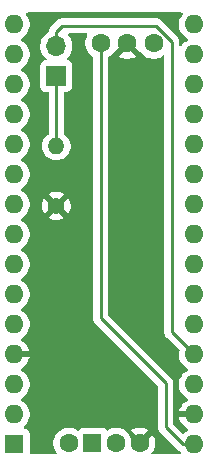
<source format=gbr>
%TF.GenerationSoftware,KiCad,Pcbnew,(5.99.0-3084-g09ad52a03)*%
%TF.CreationDate,2020-11-20T19:05:28+02:00*%
%TF.ProjectId,Arduino Nano rev 1,41726475-696e-46f2-904e-616e6f207265,rev?*%
%TF.SameCoordinates,Original*%
%TF.FileFunction,Copper,L2,Bot*%
%TF.FilePolarity,Positive*%
%FSLAX46Y46*%
G04 Gerber Fmt 4.6, Leading zero omitted, Abs format (unit mm)*
G04 Created by KiCad (PCBNEW (5.99.0-3084-g09ad52a03)) date 2020-11-20 19:05:28*
%MOMM*%
%LPD*%
G01*
G04 APERTURE LIST*
%TA.AperFunction,ComponentPad*%
%ADD10C,1.600000*%
%TD*%
%TA.AperFunction,ComponentPad*%
%ADD11R,1.600000X1.600000*%
%TD*%
%TA.AperFunction,ComponentPad*%
%ADD12R,1.700000X1.700000*%
%TD*%
%TA.AperFunction,ComponentPad*%
%ADD13O,1.700000X1.700000*%
%TD*%
%TA.AperFunction,ComponentPad*%
%ADD14C,1.400000*%
%TD*%
%TA.AperFunction,ComponentPad*%
%ADD15O,1.400000X1.400000*%
%TD*%
%TA.AperFunction,ComponentPad*%
%ADD16O,1.600000X1.600000*%
%TD*%
%TA.AperFunction,ViaPad*%
%ADD17C,0.800000*%
%TD*%
%TA.AperFunction,Conductor*%
%ADD18C,0.250000*%
%TD*%
G04 APERTURE END LIST*
D10*
%TO.P,J1,1,Pin_1*%
%TO.N,/SDA*%
X133300000Y-108600000D03*
D11*
%TO.P,J1,2,Pin_2*%
%TO.N,/SCL*%
X135300000Y-108600000D03*
D10*
%TO.P,J1,3,Pin_3*%
%TO.N,+5V*%
X137300000Y-108600000D03*
%TO.P,J1,4,Pin_4*%
%TO.N,GND*%
X139300000Y-108600000D03*
%TD*%
D12*
%TO.P,SW,1,1*%
%TO.N,/SWITCH*%
X132250000Y-77500000D03*
D13*
%TO.P,SW,2,2*%
%TO.N,+5V*%
X132250000Y-74960000D03*
%TD*%
D10*
%TO.P,BAT_MON,1*%
%TO.N,/BAT_MON*%
X140500000Y-74750000D03*
%TD*%
%TO.P,GND,1*%
%TO.N,GND*%
X138250000Y-74750000D03*
%TD*%
%TO.P,VIN,1*%
%TO.N,VBUS*%
X136000000Y-74750000D03*
%TD*%
D14*
%TO.P,R,1*%
%TO.N,GND*%
X132250000Y-88500000D03*
D15*
%TO.P,R,2*%
%TO.N,/SWITCH*%
X132250000Y-83420000D03*
%TD*%
D11*
%TO.P,A1,1,D1/TX*%
%TO.N,Net-(A1-Pad1)*%
X128700000Y-108700000D03*
D16*
%TO.P,A1,2,D0/RX*%
%TO.N,Net-(A1-Pad2)*%
X128700000Y-106160000D03*
%TO.P,A1,3,~RESET*%
%TO.N,Net-(A1-Pad3)*%
X128700000Y-103620000D03*
%TO.P,A1,4,GND*%
%TO.N,GND*%
X128700000Y-101080000D03*
%TO.P,A1,5,D2*%
%TO.N,/SWITCH*%
X128700000Y-98540000D03*
%TO.P,A1,6,D3*%
%TO.N,Net-(A1-Pad6)*%
X128700000Y-96000000D03*
%TO.P,A1,7,D4*%
%TO.N,Net-(A1-Pad7)*%
X128700000Y-93460000D03*
%TO.P,A1,8,D5*%
%TO.N,Net-(A1-Pad8)*%
X128700000Y-90920000D03*
%TO.P,A1,9,D6*%
%TO.N,Net-(A1-Pad9)*%
X128700000Y-88380000D03*
%TO.P,A1,10,D7*%
%TO.N,Net-(A1-Pad10)*%
X128700000Y-85840000D03*
%TO.P,A1,11,D8*%
%TO.N,Net-(A1-Pad11)*%
X128700000Y-83300000D03*
%TO.P,A1,12,D9*%
%TO.N,Net-(A1-Pad12)*%
X128700000Y-80760000D03*
%TO.P,A1,13,D10*%
%TO.N,Net-(A1-Pad13)*%
X128700000Y-78220000D03*
%TO.P,A1,14,D11*%
%TO.N,Net-(A1-Pad14)*%
X128700000Y-75680000D03*
%TO.P,A1,15,D12*%
%TO.N,Net-(A1-Pad15)*%
X128700000Y-73140000D03*
%TO.P,A1,16,D13*%
%TO.N,Net-(A1-Pad16)*%
X143940000Y-73140000D03*
%TO.P,A1,17,3V3*%
%TO.N,Net-(A1-Pad17)*%
X143940000Y-75680000D03*
%TO.P,A1,18,AREF*%
%TO.N,Net-(A1-Pad18)*%
X143940000Y-78220000D03*
%TO.P,A1,19,A0*%
%TO.N,/BAT_MON*%
X143940000Y-80760000D03*
%TO.P,A1,20,A1*%
%TO.N,Net-(A1-Pad20)*%
X143940000Y-83300000D03*
%TO.P,A1,21,A2*%
%TO.N,Net-(A1-Pad21)*%
X143940000Y-85840000D03*
%TO.P,A1,22,A3*%
%TO.N,Net-(A1-Pad22)*%
X143940000Y-88380000D03*
%TO.P,A1,23,A4*%
%TO.N,/SDA*%
X143940000Y-90920000D03*
%TO.P,A1,24,A5*%
%TO.N,/SCL*%
X143940000Y-93460000D03*
%TO.P,A1,25,A6*%
%TO.N,Net-(A1-Pad25)*%
X143940000Y-96000000D03*
%TO.P,A1,26,A7*%
%TO.N,Net-(A1-Pad26)*%
X143940000Y-98540000D03*
%TO.P,A1,27,+5V*%
%TO.N,+5V*%
X143940000Y-101080000D03*
%TO.P,A1,28,~RESET*%
%TO.N,Net-(A1-Pad28)*%
X143940000Y-103620000D03*
%TO.P,A1,29,GND*%
%TO.N,GND*%
X143940000Y-106160000D03*
%TO.P,A1,30,VIN*%
%TO.N,VBUS*%
X143940000Y-108700000D03*
%TD*%
D17*
%TO.N,GND*%
X140500000Y-100250000D03*
X138500000Y-95750000D03*
%TD*%
D18*
%TO.N,VBUS*%
X141500000Y-107250000D02*
X142950000Y-108700000D01*
X136000000Y-98000000D02*
X141500000Y-103500000D01*
X142950000Y-108700000D02*
X143940000Y-108700000D01*
X136000000Y-74750000D02*
X136000000Y-98000000D01*
X141500000Y-103500000D02*
X141500000Y-107250000D01*
%TO.N,+5V*%
X132250000Y-73750000D02*
X132250000Y-74960000D01*
X142000000Y-74584998D02*
X140665002Y-73250000D01*
X132750000Y-73250000D02*
X132250000Y-73750000D01*
X140665002Y-73250000D02*
X132750000Y-73250000D01*
X143940000Y-101080000D02*
X142000000Y-99140000D01*
X142000000Y-99140000D02*
X142000000Y-74584998D01*
%TO.N,/SWITCH*%
X132250000Y-77500000D02*
X132250000Y-83420000D01*
%TD*%
%TA.AperFunction,Conductor*%
%TO.N,GND*%
G36*
X142895553Y-72129002D02*
G01*
X142942046Y-72182658D01*
X142952150Y-72252932D01*
X142923953Y-72315991D01*
X142864459Y-72386893D01*
X142750022Y-72585104D01*
X142671743Y-72800170D01*
X142632000Y-73025566D01*
X142632000Y-73254434D01*
X142671743Y-73479830D01*
X142750022Y-73694896D01*
X142864456Y-73893103D01*
X143011572Y-74068428D01*
X143186897Y-74215544D01*
X143334706Y-74300881D01*
X143383699Y-74352263D01*
X143397135Y-74421977D01*
X143370749Y-74487888D01*
X143334706Y-74519119D01*
X143186897Y-74604456D01*
X143149823Y-74635565D01*
X143011572Y-74751572D01*
X142864457Y-74926896D01*
X142864456Y-74926897D01*
X142857372Y-74935340D01*
X142854406Y-74932852D01*
X142817729Y-74967818D01*
X142748014Y-74981250D01*
X142682105Y-74954858D01*
X142640927Y-74897023D01*
X142634000Y-74855821D01*
X142634000Y-74535107D01*
X142633999Y-74535101D01*
X142633999Y-74484582D01*
X142618389Y-74436538D01*
X142610485Y-74386639D01*
X142587547Y-74341620D01*
X142571938Y-74293580D01*
X142542249Y-74252717D01*
X142523308Y-74215544D01*
X142519310Y-74207697D01*
X142377301Y-74065688D01*
X141184313Y-72872701D01*
X141184311Y-72872697D01*
X141042304Y-72730690D01*
X140997284Y-72707750D01*
X140956421Y-72678061D01*
X140908379Y-72662452D01*
X140863362Y-72639515D01*
X140850886Y-72637539D01*
X140813463Y-72631612D01*
X140765417Y-72616001D01*
X140714899Y-72616001D01*
X140714893Y-72616000D01*
X132700109Y-72616000D01*
X132700103Y-72616001D01*
X132649584Y-72616001D01*
X132605005Y-72630486D01*
X132601541Y-72631611D01*
X132563210Y-72637683D01*
X132551641Y-72639515D01*
X132506628Y-72662450D01*
X132470594Y-72674158D01*
X132458582Y-72678061D01*
X132417713Y-72707754D01*
X132394777Y-72719441D01*
X132372699Y-72730690D01*
X132339889Y-72763500D01*
X132339882Y-72763506D01*
X132336972Y-72766416D01*
X131872700Y-73230689D01*
X131872699Y-73230690D01*
X131730690Y-73372700D01*
X131707754Y-73417715D01*
X131678061Y-73458583D01*
X131662450Y-73506630D01*
X131639515Y-73551641D01*
X131639515Y-73551642D01*
X131631612Y-73601538D01*
X131616001Y-73649585D01*
X131616001Y-73700104D01*
X131616000Y-73700110D01*
X131616000Y-73758572D01*
X131542964Y-73794830D01*
X131542962Y-73794832D01*
X131542959Y-73794833D01*
X131356749Y-73930620D01*
X131196080Y-74095839D01*
X131065545Y-74285768D01*
X130968878Y-74494975D01*
X130908842Y-74717479D01*
X130887154Y-74946917D01*
X130887154Y-74946920D01*
X130904432Y-75176728D01*
X130960186Y-75400345D01*
X131052820Y-75611369D01*
X131173529Y-75794434D01*
X131179684Y-75803769D01*
X131337152Y-75972043D01*
X131337154Y-75972045D01*
X131471048Y-76115126D01*
X131400001Y-76134163D01*
X131400000Y-76134163D01*
X131304037Y-76159876D01*
X131142081Y-76203272D01*
X131004845Y-76318426D01*
X130915272Y-76473572D01*
X130884163Y-76650001D01*
X130884163Y-78349999D01*
X130953272Y-78607919D01*
X131068426Y-78745155D01*
X131223572Y-78834728D01*
X131311787Y-78850283D01*
X131400000Y-78865837D01*
X131616000Y-78865837D01*
X131616001Y-82391529D01*
X131511644Y-82457756D01*
X131511642Y-82457757D01*
X131511640Y-82457759D01*
X131352918Y-82603711D01*
X131352915Y-82603715D01*
X131222541Y-82775476D01*
X131124644Y-82967610D01*
X131062318Y-83174043D01*
X131037534Y-83388250D01*
X131051074Y-83603462D01*
X131060007Y-83639830D01*
X131102509Y-83812873D01*
X131190217Y-84009868D01*
X131221608Y-84056058D01*
X131311423Y-84188216D01*
X131462296Y-84342283D01*
X131638068Y-84467197D01*
X131833181Y-84559011D01*
X132041470Y-84614821D01*
X132148911Y-84623843D01*
X132256349Y-84632865D01*
X132256351Y-84632865D01*
X132342223Y-84624748D01*
X132471033Y-84612572D01*
X132629748Y-84568257D01*
X132678723Y-84554583D01*
X132772574Y-84509214D01*
X132872864Y-84460732D01*
X132932811Y-84417178D01*
X133047319Y-84333983D01*
X133086239Y-84293398D01*
X133196569Y-84178348D01*
X133315900Y-83998739D01*
X133401541Y-83800836D01*
X133450782Y-83590898D01*
X133458080Y-83312183D01*
X133435298Y-83185566D01*
X133419894Y-83099953D01*
X133344729Y-82897841D01*
X133344729Y-82897840D01*
X133344727Y-82897836D01*
X133234964Y-82712238D01*
X133234961Y-82712233D01*
X133094060Y-82548998D01*
X133091466Y-82546897D01*
X133003694Y-82475821D01*
X132926479Y-82413293D01*
X132926476Y-82413291D01*
X132884000Y-82378895D01*
X132884000Y-78865837D01*
X133100000Y-78865837D01*
X133357919Y-78796728D01*
X133495155Y-78681574D01*
X133584728Y-78526428D01*
X133615837Y-78349999D01*
X133615837Y-76650001D01*
X133546728Y-76392081D01*
X133431574Y-76254845D01*
X133276428Y-76165272D01*
X133252444Y-76161043D01*
X133188831Y-76129515D01*
X133152362Y-76068601D01*
X133154615Y-75997640D01*
X133192661Y-75941003D01*
X133217918Y-75919508D01*
X133365747Y-75742706D01*
X133481673Y-75543525D01*
X133496786Y-75503104D01*
X133562383Y-75327660D01*
X133605567Y-75101280D01*
X133608030Y-74844773D01*
X133569198Y-74617600D01*
X133492649Y-74400226D01*
X133380569Y-74198860D01*
X133377550Y-74195104D01*
X133327936Y-74133397D01*
X133292202Y-74088952D01*
X133265106Y-74023329D01*
X133277790Y-73953475D01*
X133326226Y-73901567D01*
X133390399Y-73884000D01*
X134771400Y-73884000D01*
X134839521Y-73904002D01*
X134886014Y-73957658D01*
X134896118Y-74027932D01*
X134880520Y-74072998D01*
X134810022Y-74195104D01*
X134731743Y-74410170D01*
X134708581Y-74541531D01*
X134698741Y-74597338D01*
X134692000Y-74635566D01*
X134692000Y-74864434D01*
X134731743Y-75089830D01*
X134810022Y-75304896D01*
X134924456Y-75503103D01*
X135071572Y-75678429D01*
X135246895Y-75825543D01*
X135366000Y-75894307D01*
X135366001Y-97899585D01*
X135366001Y-98100415D01*
X135381614Y-98148467D01*
X135389516Y-98198360D01*
X135412449Y-98243367D01*
X135428061Y-98291417D01*
X135428062Y-98291419D01*
X135457758Y-98332292D01*
X135480691Y-98377301D01*
X135516417Y-98413027D01*
X140866000Y-103762612D01*
X140866001Y-107149585D01*
X140866001Y-107350415D01*
X140881614Y-107398467D01*
X140883444Y-107410022D01*
X140889516Y-107448360D01*
X140909580Y-107487737D01*
X140912449Y-107493367D01*
X140928061Y-107541417D01*
X140928062Y-107541419D01*
X140957758Y-107582292D01*
X140979242Y-107624457D01*
X140980691Y-107627301D01*
X141016417Y-107663027D01*
X141838954Y-108485565D01*
X142539882Y-109186494D01*
X142539889Y-109186500D01*
X142572699Y-109219310D01*
X142594777Y-109230559D01*
X142617713Y-109242246D01*
X142658583Y-109271939D01*
X142706630Y-109287551D01*
X142736428Y-109302734D01*
X142788043Y-109351483D01*
X142805108Y-109420398D01*
X142782206Y-109487599D01*
X142726608Y-109531751D01*
X142679224Y-109541000D01*
X140267061Y-109541000D01*
X140489978Y-109154896D01*
X140568257Y-108939830D01*
X140608000Y-108714434D01*
X140608000Y-108485566D01*
X140568257Y-108260170D01*
X140489978Y-108045103D01*
X140389002Y-107870208D01*
X139300000Y-108959211D01*
X138549543Y-108208754D01*
X138489978Y-108045103D01*
X138375544Y-107846897D01*
X138228428Y-107671572D01*
X138053103Y-107524456D01*
X138029793Y-107510998D01*
X138570209Y-107510998D01*
X139300000Y-108240790D01*
X140029791Y-107510998D01*
X139854897Y-107410022D01*
X139639830Y-107331743D01*
X139414434Y-107292000D01*
X139185566Y-107292000D01*
X138960170Y-107331743D01*
X138745103Y-107410022D01*
X138570209Y-107510998D01*
X138029793Y-107510998D01*
X137854896Y-107410022D01*
X137639830Y-107331743D01*
X137489566Y-107305248D01*
X137414435Y-107292000D01*
X137185565Y-107292000D01*
X137110434Y-107305248D01*
X136960170Y-107331743D01*
X136759325Y-107404846D01*
X136745104Y-107410022D01*
X136546896Y-107524457D01*
X136546892Y-107524461D01*
X136536821Y-107530275D01*
X136431574Y-107404845D01*
X136276428Y-107315272D01*
X136188214Y-107299718D01*
X136100000Y-107284163D01*
X134500000Y-107284163D01*
X134418492Y-107306003D01*
X134242081Y-107353272D01*
X134044198Y-107519315D01*
X133854896Y-107410022D01*
X133639830Y-107331743D01*
X133489566Y-107305248D01*
X133414435Y-107292000D01*
X133185565Y-107292000D01*
X133110434Y-107305248D01*
X132960170Y-107331743D01*
X132745104Y-107410022D01*
X132546897Y-107524456D01*
X132371572Y-107671572D01*
X132224456Y-107846897D01*
X132110022Y-108045104D01*
X132031743Y-108260170D01*
X131992000Y-108485566D01*
X131992000Y-108714434D01*
X132031743Y-108939830D01*
X132110022Y-109154896D01*
X132202919Y-109315798D01*
X132332939Y-109541000D01*
X130015837Y-109541000D01*
X130015837Y-107900001D01*
X129992842Y-107814180D01*
X129946728Y-107642082D01*
X129946728Y-107642081D01*
X129831574Y-107504845D01*
X129676428Y-107415272D01*
X129646223Y-107409946D01*
X129580988Y-107398443D01*
X129517376Y-107366917D01*
X129480907Y-107306003D01*
X129483159Y-107235042D01*
X129521876Y-107177837D01*
X129628427Y-107088429D01*
X129775544Y-106913103D01*
X129889978Y-106714896D01*
X129968257Y-106499830D01*
X130008000Y-106274434D01*
X130008000Y-106045566D01*
X129968257Y-105820170D01*
X129889978Y-105605104D01*
X129775544Y-105406897D01*
X129628428Y-105231572D01*
X129453103Y-105084456D01*
X129305294Y-104999119D01*
X129256301Y-104947737D01*
X129242865Y-104878023D01*
X129269251Y-104812112D01*
X129305294Y-104780881D01*
X129453103Y-104695544D01*
X129628428Y-104548428D01*
X129775544Y-104373103D01*
X129889978Y-104174896D01*
X129968257Y-103959830D01*
X130008000Y-103734434D01*
X130008000Y-103505566D01*
X129968257Y-103280170D01*
X129889978Y-103065104D01*
X129775544Y-102866897D01*
X129628428Y-102691572D01*
X129453103Y-102544456D01*
X129305294Y-102459119D01*
X129256301Y-102407737D01*
X129242865Y-102338023D01*
X129269251Y-102272112D01*
X129305294Y-102240881D01*
X129453103Y-102155544D01*
X129628428Y-102008428D01*
X129775544Y-101833103D01*
X129889978Y-101634896D01*
X129968256Y-101419830D01*
X129983390Y-101334000D01*
X128446000Y-101334000D01*
X128446000Y-100826000D01*
X129983390Y-100826000D01*
X129968256Y-100740170D01*
X129889978Y-100525104D01*
X129775544Y-100326897D01*
X129628428Y-100151572D01*
X129453103Y-100004456D01*
X129305294Y-99919119D01*
X129256301Y-99867737D01*
X129242865Y-99798023D01*
X129269251Y-99732112D01*
X129305294Y-99700881D01*
X129453103Y-99615544D01*
X129628428Y-99468428D01*
X129775544Y-99293103D01*
X129889978Y-99094896D01*
X129968257Y-98879830D01*
X130008000Y-98654434D01*
X130008000Y-98425566D01*
X129999490Y-98377300D01*
X129991553Y-98332288D01*
X129968257Y-98200170D01*
X129889978Y-97985104D01*
X129775544Y-97786897D01*
X129628428Y-97611572D01*
X129453103Y-97464456D01*
X129305294Y-97379119D01*
X129256301Y-97327737D01*
X129242865Y-97258023D01*
X129269251Y-97192112D01*
X129305294Y-97160881D01*
X129453103Y-97075544D01*
X129628428Y-96928428D01*
X129775544Y-96753103D01*
X129889978Y-96554896D01*
X129968257Y-96339830D01*
X130008000Y-96114434D01*
X130008000Y-95885566D01*
X129968257Y-95660170D01*
X129889978Y-95445104D01*
X129775544Y-95246897D01*
X129628428Y-95071572D01*
X129453103Y-94924456D01*
X129305294Y-94839119D01*
X129256301Y-94787737D01*
X129242865Y-94718023D01*
X129269251Y-94652112D01*
X129305294Y-94620881D01*
X129453103Y-94535544D01*
X129628428Y-94388428D01*
X129775544Y-94213103D01*
X129889978Y-94014896D01*
X129968257Y-93799830D01*
X130008000Y-93574434D01*
X130008000Y-93345566D01*
X129968257Y-93120170D01*
X129889978Y-92905104D01*
X129775544Y-92706897D01*
X129628428Y-92531572D01*
X129453103Y-92384456D01*
X129305294Y-92299119D01*
X129256301Y-92247737D01*
X129242865Y-92178023D01*
X129269251Y-92112112D01*
X129305294Y-92080881D01*
X129453103Y-91995544D01*
X129628428Y-91848428D01*
X129775544Y-91673103D01*
X129889978Y-91474896D01*
X129968257Y-91259830D01*
X130008000Y-91034434D01*
X130008000Y-90805566D01*
X129968257Y-90580170D01*
X129889978Y-90365104D01*
X129775544Y-90166897D01*
X129628428Y-89991572D01*
X129453103Y-89844456D01*
X129305294Y-89759119D01*
X129256301Y-89707737D01*
X129242865Y-89638023D01*
X129269251Y-89572112D01*
X129305294Y-89540881D01*
X129349080Y-89515601D01*
X131593608Y-89515601D01*
X131638066Y-89547197D01*
X131833178Y-89639010D01*
X132041472Y-89694821D01*
X132256349Y-89712865D01*
X132471033Y-89692572D01*
X132678722Y-89634583D01*
X132872865Y-89540732D01*
X132906838Y-89516049D01*
X132249999Y-88859210D01*
X131593608Y-89515601D01*
X129349080Y-89515601D01*
X129453103Y-89455544D01*
X129628428Y-89308428D01*
X129775544Y-89133103D01*
X129889978Y-88934896D01*
X129968257Y-88719830D01*
X130008000Y-88494434D01*
X130008000Y-88468251D01*
X131037534Y-88468251D01*
X131051074Y-88683460D01*
X131102509Y-88892873D01*
X131190217Y-89089868D01*
X131235011Y-89155780D01*
X131890791Y-88500000D01*
X132609209Y-88500000D01*
X133264824Y-89155615D01*
X133315900Y-89078739D01*
X133401541Y-88880836D01*
X133450782Y-88670898D01*
X133458080Y-88392183D01*
X133419893Y-88179953D01*
X133344729Y-87977841D01*
X133265440Y-87843769D01*
X132609209Y-88500000D01*
X131890791Y-88500000D01*
X131232779Y-87841988D01*
X131222542Y-87855475D01*
X131124643Y-88047613D01*
X131062318Y-88254042D01*
X131037534Y-88468251D01*
X130008000Y-88468251D01*
X130008000Y-88265566D01*
X129968257Y-88040170D01*
X129889978Y-87825104D01*
X129775544Y-87626897D01*
X129656662Y-87485219D01*
X131594428Y-87485219D01*
X132250000Y-88140791D01*
X132907779Y-87483012D01*
X132737519Y-87389411D01*
X132533139Y-87320629D01*
X132319821Y-87289129D01*
X132104289Y-87295902D01*
X131893364Y-87340736D01*
X131693709Y-87422214D01*
X131594428Y-87485219D01*
X129656662Y-87485219D01*
X129628428Y-87451572D01*
X129453103Y-87304456D01*
X129305294Y-87219119D01*
X129256301Y-87167737D01*
X129242865Y-87098023D01*
X129269251Y-87032112D01*
X129305294Y-87000881D01*
X129453103Y-86915544D01*
X129628428Y-86768428D01*
X129775544Y-86593103D01*
X129889978Y-86394896D01*
X129968257Y-86179830D01*
X130008000Y-85954434D01*
X130008000Y-85725566D01*
X129968257Y-85500170D01*
X129889978Y-85285104D01*
X129775544Y-85086897D01*
X129628428Y-84911572D01*
X129453103Y-84764456D01*
X129305294Y-84679119D01*
X129256301Y-84627737D01*
X129242865Y-84558023D01*
X129269251Y-84492112D01*
X129305294Y-84460881D01*
X129453103Y-84375544D01*
X129628428Y-84228428D01*
X129775544Y-84053103D01*
X129889978Y-83854896D01*
X129968257Y-83639830D01*
X130008000Y-83414434D01*
X130008000Y-83185566D01*
X129968257Y-82960170D01*
X129889978Y-82745104D01*
X129775544Y-82546897D01*
X129628428Y-82371572D01*
X129453103Y-82224456D01*
X129305294Y-82139119D01*
X129256301Y-82087737D01*
X129242865Y-82018023D01*
X129269251Y-81952112D01*
X129305294Y-81920881D01*
X129453103Y-81835544D01*
X129628428Y-81688428D01*
X129775544Y-81513103D01*
X129889978Y-81314896D01*
X129968257Y-81099830D01*
X130008000Y-80874434D01*
X130008000Y-80645566D01*
X129968257Y-80420170D01*
X129889978Y-80205104D01*
X129775544Y-80006897D01*
X129628428Y-79831572D01*
X129453103Y-79684456D01*
X129305294Y-79599119D01*
X129256301Y-79547737D01*
X129242865Y-79478023D01*
X129269251Y-79412112D01*
X129305294Y-79380881D01*
X129453103Y-79295544D01*
X129628428Y-79148428D01*
X129775544Y-78973103D01*
X129889978Y-78774896D01*
X129968257Y-78559830D01*
X130005255Y-78350000D01*
X130008000Y-78334435D01*
X130008000Y-78105565D01*
X129968257Y-77880172D01*
X129968257Y-77880170D01*
X129889978Y-77665104D01*
X129775544Y-77466897D01*
X129628428Y-77291572D01*
X129453103Y-77144456D01*
X129305294Y-77059119D01*
X129256301Y-77007737D01*
X129242865Y-76938023D01*
X129269251Y-76872112D01*
X129305294Y-76840881D01*
X129453103Y-76755544D01*
X129628428Y-76608428D01*
X129775544Y-76433103D01*
X129889978Y-76234896D01*
X129968257Y-76019830D01*
X130008000Y-75794434D01*
X130008000Y-75565566D01*
X129968257Y-75340170D01*
X129889978Y-75125104D01*
X129775544Y-74926897D01*
X129628428Y-74751572D01*
X129453103Y-74604456D01*
X129305294Y-74519119D01*
X129256301Y-74467737D01*
X129242865Y-74398023D01*
X129269251Y-74332112D01*
X129305294Y-74300881D01*
X129453103Y-74215544D01*
X129628428Y-74068428D01*
X129775544Y-73893103D01*
X129889978Y-73694896D01*
X129968257Y-73479830D01*
X130008000Y-73254434D01*
X130008000Y-73025566D01*
X129968257Y-72800170D01*
X129889978Y-72585104D01*
X129775541Y-72386893D01*
X129716047Y-72315991D01*
X129687582Y-72250951D01*
X129698799Y-72180846D01*
X129746137Y-72127935D01*
X129812568Y-72109000D01*
X142827432Y-72109000D01*
X142895553Y-72129002D01*
G37*
%TD.AperFunction*%
%TA.AperFunction,Conductor*%
G36*
X139339003Y-75479793D02*
G01*
X139365863Y-75433274D01*
X139424456Y-75503102D01*
X139424457Y-75503104D01*
X139476869Y-75565566D01*
X139571572Y-75678428D01*
X139746897Y-75825544D01*
X139945104Y-75939978D01*
X140160170Y-76018257D01*
X140310434Y-76044752D01*
X140385565Y-76058000D01*
X140614435Y-76058000D01*
X140689566Y-76044752D01*
X140839830Y-76018257D01*
X141054896Y-75939978D01*
X141366001Y-75760362D01*
X141366000Y-99189890D01*
X141366001Y-99189896D01*
X141366001Y-99240415D01*
X141381612Y-99288461D01*
X141389515Y-99338359D01*
X141412450Y-99383370D01*
X141428061Y-99431417D01*
X141457754Y-99472285D01*
X141480690Y-99517300D01*
X141622699Y-99659310D01*
X141622701Y-99659311D01*
X142676513Y-100713123D01*
X142632000Y-100965566D01*
X142632000Y-101194434D01*
X142671743Y-101419830D01*
X142750022Y-101634896D01*
X142864456Y-101833103D01*
X143011572Y-102008428D01*
X143186897Y-102155544D01*
X143334706Y-102240881D01*
X143383699Y-102292263D01*
X143397135Y-102361977D01*
X143370749Y-102427888D01*
X143334706Y-102459119D01*
X143186897Y-102544456D01*
X143011572Y-102691572D01*
X142864456Y-102866897D01*
X142750022Y-103065104D01*
X142671743Y-103280170D01*
X142632000Y-103505566D01*
X142632000Y-103734434D01*
X142671743Y-103959830D01*
X142750022Y-104174896D01*
X142864456Y-104373103D01*
X143011572Y-104548428D01*
X143186897Y-104695544D01*
X143334706Y-104780881D01*
X143383699Y-104832263D01*
X143397135Y-104901977D01*
X143370749Y-104967888D01*
X143334706Y-104999119D01*
X143186897Y-105084456D01*
X143011572Y-105231572D01*
X142864456Y-105406897D01*
X142750022Y-105605104D01*
X142671744Y-105820170D01*
X142656610Y-105906000D01*
X144194000Y-105906000D01*
X144194000Y-106414000D01*
X142656610Y-106414000D01*
X142671744Y-106499830D01*
X142750022Y-106714896D01*
X142864456Y-106913103D01*
X143011572Y-107088428D01*
X143186897Y-107235544D01*
X143334706Y-107320881D01*
X143383699Y-107372263D01*
X143397135Y-107441977D01*
X143370749Y-107507888D01*
X143334706Y-107539119D01*
X143186897Y-107624456D01*
X142960793Y-107814180D01*
X142134000Y-106987390D01*
X142134000Y-103399583D01*
X142118388Y-103351533D01*
X142110485Y-103301641D01*
X142087549Y-103256626D01*
X142071939Y-103208583D01*
X142042246Y-103167714D01*
X142019310Y-103122699D01*
X141983587Y-103086977D01*
X141983584Y-103086972D01*
X141980094Y-103083482D01*
X141980093Y-103083480D01*
X138684665Y-99788054D01*
X136634000Y-97737390D01*
X136634000Y-75894307D01*
X136729792Y-75839002D01*
X137520209Y-75839002D01*
X137695103Y-75939978D01*
X137910170Y-76018257D01*
X138135566Y-76058000D01*
X138364434Y-76058000D01*
X138589830Y-76018257D01*
X138804897Y-75939978D01*
X138979791Y-75839002D01*
X138250000Y-75109210D01*
X137520209Y-75839002D01*
X136729792Y-75839002D01*
X136753105Y-75825543D01*
X136928428Y-75678429D01*
X137134137Y-75433274D01*
X137160997Y-75479793D01*
X138250000Y-74390789D01*
X139339003Y-75479793D01*
G37*
%TD.AperFunction*%
%TD*%
M02*

</source>
